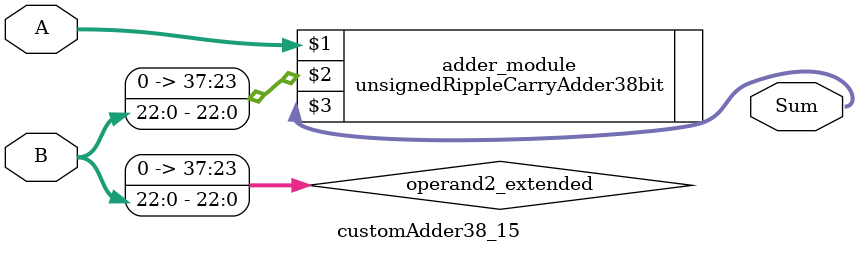
<source format=v>
module customAdder38_15(
                        input [37 : 0] A,
                        input [22 : 0] B,
                        
                        output [38 : 0] Sum
                );

        wire [37 : 0] operand2_extended;
        
        assign operand2_extended =  {15'b0, B};
        
        unsignedRippleCarryAdder38bit adder_module(
            A,
            operand2_extended,
            Sum
        );
        
        endmodule
        
</source>
